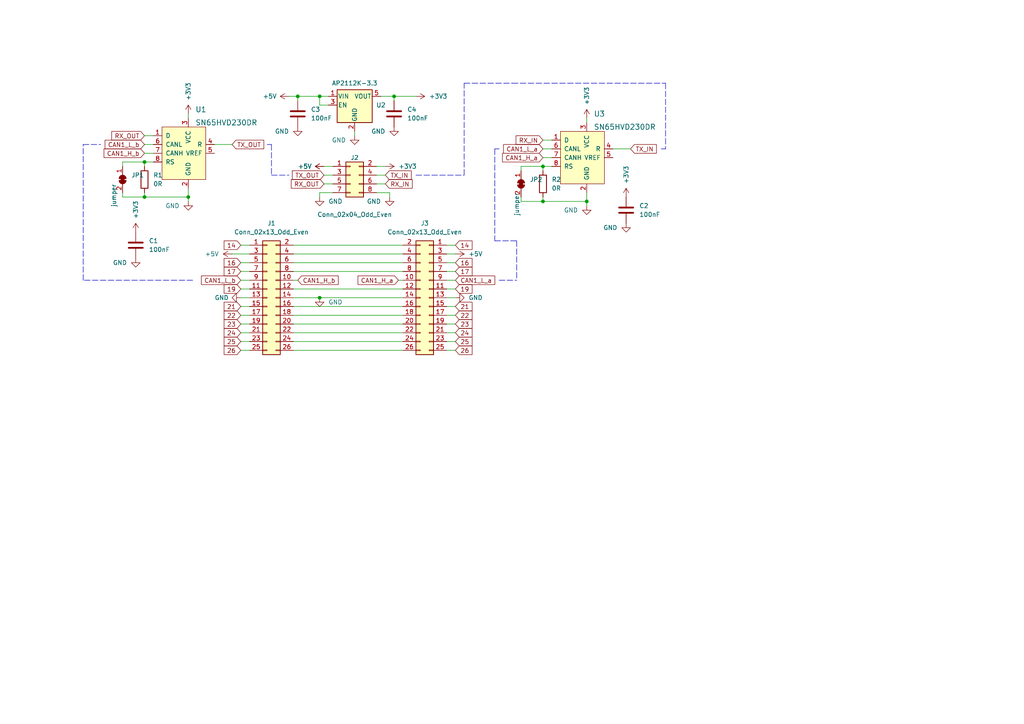
<source format=kicad_sch>
(kicad_sch (version 20211123) (generator eeschema)
  (paper "A4")
  (lib_symbols
    (symbol "Connector_Generic:Conn_02x04_Odd_Even" (pin_names (offset 1.016) hide)
      (property "Reference" "J" (at 1.27 5.08 0))
      (property "Value" "Conn_02x04_Odd_Even" (at 1.27 -7.62 0))
      (symbol "Conn_02x04_Odd_Even_1_1"
        (rectangle (start -1.27 -4.953) (end 0 -5.207) (stroke (width 0.1524)))
        (rectangle (start -1.27 -2.413) (end 0 -2.667) (stroke (width 0.1524)))
        (rectangle (start -1.27 0.127) (end 0 -0.127) (stroke (width 0.1524)))
        (rectangle (start -1.27 2.667) (end 0 2.413) (stroke (width 0.1524)))
        (rectangle (start -1.27 3.81) (end 3.81 -6.35) (stroke (width 0.254)) (fill (type background)))
        (rectangle (start 3.81 -4.953) (end 2.54 -5.207) (stroke (width 0.1524)))
        (rectangle (start 3.81 -2.413) (end 2.54 -2.667) (stroke (width 0.1524)))
        (rectangle (start 3.81 0.127) (end 2.54 -0.127) (stroke (width 0.1524)))
        (rectangle (start 3.81 2.667) (end 2.54 2.413) (stroke (width 0.1524)))
        (pin passive line (at -5.08 2.54 0) (length 3.81) (name "Pin_1") (number "1"))
        (pin passive line (at 7.62 2.54 180) (length 3.81) (name "Pin_2") (number "2"))
        (pin passive line (at -5.08 0 0) (length 3.81) (name "Pin_3") (number "3"))
        (pin passive line (at 7.62 0 180) (length 3.81) (name "Pin_4") (number "4"))
        (pin passive line (at -5.08 -2.54 0) (length 3.81) (name "Pin_5") (number "5"))
        (pin passive line (at 7.62 -2.54 180) (length 3.81) (name "Pin_6") (number "6"))
        (pin passive line (at -5.08 -5.08 0) (length 3.81) (name "Pin_7") (number "7"))
        (pin passive line (at 7.62 -5.08 180) (length 3.81) (name "Pin_8") (number "8"))
      )
    )
    (symbol "Connector_Generic:Conn_02x13_Odd_Even" (pin_names (offset 1.016) hide)
      (property "Reference" "J" (at 1.27 17.78 0))
      (property "Value" "Conn_02x13_Odd_Even" (at 1.27 -17.78 0))
      (symbol "Conn_02x13_Odd_Even_1_1"
        (rectangle (start -1.27 -15.113) (end 0 -15.367) (stroke (width 0.1524)))
        (rectangle (start -1.27 -12.573) (end 0 -12.827) (stroke (width 0.1524)))
        (rectangle (start -1.27 -10.033) (end 0 -10.287) (stroke (width 0.1524)))
        (rectangle (start -1.27 -7.493) (end 0 -7.747) (stroke (width 0.1524)))
        (rectangle (start -1.27 -4.953) (end 0 -5.207) (stroke (width 0.1524)))
        (rectangle (start -1.27 -2.413) (end 0 -2.667) (stroke (width 0.1524)))
        (rectangle (start -1.27 0.127) (end 0 -0.127) (stroke (width 0.1524)))
        (rectangle (start -1.27 2.667) (end 0 2.413) (stroke (width 0.1524)))
        (rectangle (start -1.27 5.207) (end 0 4.953) (stroke (width 0.1524)))
        (rectangle (start -1.27 7.747) (end 0 7.493) (stroke (width 0.1524)))
        (rectangle (start -1.27 10.287) (end 0 10.033) (stroke (width 0.1524)))
        (rectangle (start -1.27 12.827) (end 0 12.573) (stroke (width 0.1524)))
        (rectangle (start -1.27 15.367) (end 0 15.113) (stroke (width 0.1524)))
        (rectangle (start -1.27 16.51) (end 3.81 -16.51) (stroke (width 0.254)) (fill (type background)))
        (rectangle (start 3.81 -15.113) (end 2.54 -15.367) (stroke (width 0.1524)))
        (rectangle (start 3.81 -12.573) (end 2.54 -12.827) (stroke (width 0.1524)))
        (rectangle (start 3.81 -10.033) (end 2.54 -10.287) (stroke (width 0.1524)))
        (rectangle (start 3.81 -7.493) (end 2.54 -7.747) (stroke (width 0.1524)))
        (rectangle (start 3.81 -4.953) (end 2.54 -5.207) (stroke (width 0.1524)))
        (rectangle (start 3.81 -2.413) (end 2.54 -2.667) (stroke (width 0.1524)))
        (rectangle (start 3.81 0.127) (end 2.54 -0.127) (stroke (width 0.1524)))
        (rectangle (start 3.81 2.667) (end 2.54 2.413) (stroke (width 0.1524)))
        (rectangle (start 3.81 5.207) (end 2.54 4.953) (stroke (width 0.1524)))
        (rectangle (start 3.81 7.747) (end 2.54 7.493) (stroke (width 0.1524)))
        (rectangle (start 3.81 10.287) (end 2.54 10.033) (stroke (width 0.1524)))
        (rectangle (start 3.81 12.827) (end 2.54 12.573) (stroke (width 0.1524)))
        (rectangle (start 3.81 15.367) (end 2.54 15.113) (stroke (width 0.1524)))
        (pin passive line (at -5.08 15.24 0) (length 3.81) (name "Pin_1") (number "1"))
        (pin passive line (at 7.62 5.08 180) (length 3.81) (name "Pin_10") (number "10"))
        (pin passive line (at -5.08 2.54 0) (length 3.81) (name "Pin_11") (number "11"))
        (pin passive line (at 7.62 2.54 180) (length 3.81) (name "Pin_12") (number "12"))
        (pin passive line (at -5.08 0 0) (length 3.81) (name "Pin_13") (number "13"))
        (pin passive line (at 7.62 0 180) (length 3.81) (name "Pin_14") (number "14"))
        (pin passive line (at -5.08 -2.54 0) (length 3.81) (name "Pin_15") (number "15"))
        (pin passive line (at 7.62 -2.54 180) (length 3.81) (name "Pin_16") (number "16"))
        (pin passive line (at -5.08 -5.08 0) (length 3.81) (name "Pin_17") (number "17"))
        (pin passive line (at 7.62 -5.08 180) (length 3.81) (name "Pin_18") (number "18"))
        (pin passive line (at -5.08 -7.62 0) (length 3.81) (name "Pin_19") (number "19"))
        (pin passive line (at 7.62 15.24 180) (length 3.81) (name "Pin_2") (number "2"))
        (pin passive line (at 7.62 -7.62 180) (length 3.81) (name "Pin_20") (number "20"))
        (pin passive line (at -5.08 -10.16 0) (length 3.81) (name "Pin_21") (number "21"))
        (pin passive line (at 7.62 -10.16 180) (length 3.81) (name "Pin_22") (number "22"))
        (pin passive line (at -5.08 -12.7 0) (length 3.81) (name "Pin_23") (number "23"))
        (pin passive line (at 7.62 -12.7 180) (length 3.81) (name "Pin_24") (number "24"))
        (pin passive line (at -5.08 -15.24 0) (length 3.81) (name "Pin_25") (number "25"))
        (pin passive line (at 7.62 -15.24 180) (length 3.81) (name "Pin_26") (number "26"))
        (pin passive line (at -5.08 12.7 0) (length 3.81) (name "Pin_3") (number "3"))
        (pin passive line (at 7.62 12.7 180) (length 3.81) (name "Pin_4") (number "4"))
        (pin passive line (at -5.08 10.16 0) (length 3.81) (name "Pin_5") (number "5"))
        (pin passive line (at 7.62 10.16 180) (length 3.81) (name "Pin_6") (number "6"))
        (pin passive line (at -5.08 7.62 0) (length 3.81) (name "Pin_7") (number "7"))
        (pin passive line (at 7.62 7.62 180) (length 3.81) (name "Pin_8") (number "8"))
        (pin passive line (at -5.08 5.08 0) (length 3.81) (name "Pin_9") (number "9"))
      )
    )
    (symbol "Device:C" (pin_numbers hide) (pin_names (offset 0.254))
      (property "Reference" "C" (at 0.635 2.54 0))
      (property "Value" "C" (at 0.635 -2.54 0))
      (symbol "C_0_1"
        (polyline (pts (xy -2.032 -0.762) (xy 2.032 -0.762)) (stroke (width 0.508)))
        (polyline (pts (xy -2.032 0.762) (xy 2.032 0.762)) (stroke (width 0.508)))
      )
      (symbol "C_1_1"
        (pin passive line (at 0 3.81 270) (length 2.794) (name "~") (number "1"))
        (pin passive line (at 0 -3.81 90) (length 2.794) (name "~") (number "2"))
      )
    )
    (symbol "Device:R" (pin_numbers hide) (pin_names (offset 0))
      (property "Reference" "R" (at 2.032 0 90))
      (property "Value" "R" (at 0 0 90))
      (symbol "R_0_1"
        (rectangle (start -1.016 -2.54) (end 1.016 2.54) (stroke (width 0.254)))
      )
      (symbol "R_1_1"
        (pin passive line (at 0 3.81 270) (length 1.27) (name "~") (number "1"))
        (pin passive line (at 0 -3.81 90) (length 1.27) (name "~") (number "2"))
      )
    )
    (symbol "Jumper:SolderJumper_2_Bridged" (pin_names (offset 0) hide)
      (property "Reference" "JP" (at 0 2.032 0))
      (property "Value" "SolderJumper_2_Bridged" (at 0 -2.54 0))
      (symbol "SolderJumper_2_Bridged_0_1"
        (rectangle (start -0.508 0.508) (end 0.508 -0.508) (fill (type outline)))
        (arc (start -0.254 1.016) (mid -1.27 0) (end -0.254 -1.016))
        (arc (start -0.254 1.016) (mid -1.27 0) (end -0.254 -1.016) (fill (type outline)))
        (polyline (pts (xy -0.254 1.016) (xy -0.254 -1.016)))
        (polyline (pts (xy 0.254 1.016) (xy 0.254 -1.016)))
        (arc (start 0.254 -1.016) (mid 1.27 0) (end 0.254 1.016))
        (arc (start 0.254 -1.016) (mid 1.27 0) (end 0.254 1.016) (fill (type outline)))
      )
      (symbol "SolderJumper_2_Bridged_1_1"
        (pin passive line (at -3.81 0 0) (length 2.54) (name "A") (number "1"))
        (pin passive line (at 3.81 0 180) (length 2.54) (name "B") (number "2"))
      )
    )
    (symbol "Regulator_Linear:AP2112K-3.3" (pin_names (offset 0.254))
      (property "Reference" "U" (at -5.08 5.715 0))
      (property "Value" "AP2112K-3.3" (at 0 5.715 0))
      (symbol "AP2112K-3.3_0_1"
        (rectangle (start -5.08 4.445) (end 5.08 -5.08) (stroke (width 0.254)) (fill (type background)))
      )
      (symbol "AP2112K-3.3_1_1"
        (pin power_in line (at -7.62 2.54 0) (length 2.54) (name "VIN") (number "1"))
        (pin power_in line (at 0 -7.62 90) (length 2.54) (name "GND") (number "2"))
        (pin input line (at -7.62 0 0) (length 2.54) (name "EN") (number "3"))
        (pin no_connect line (at 5.08 0 180) (length 2.54) hide (name "NC") (number "4"))
        (pin power_out line (at 7.62 2.54 180) (length 2.54) (name "VOUT") (number "5"))
      )
    )
    (symbol "dk_Interface-Drivers-Receivers-Transceivers:SN65HVD230DR" (pin_names (offset 1.016))
      (property "Reference" "U" (at -2.54 1.27 0))
      (property "Value" "SN65HVD230DR" (at 5.08 -17.78 0))
      (symbol "SN65HVD230DR_0_1"
        (rectangle (start -5.08 0) (end 7.62 -15.24) (fill (type background)))
      )
      (symbol "SN65HVD230DR_1_1"
        (pin input line (at -7.62 -2.54 0) (length 2.54) (name "D") (number "1"))
        (pin power_in line (at 2.54 -17.78 90) (length 2.54) (name "GND") (number "2"))
        (pin power_in line (at 2.54 2.54 270) (length 2.54) (name "VCC") (number "3"))
        (pin output line (at 10.16 -5.08 180) (length 2.54) (name "R") (number "4"))
        (pin output line (at 10.16 -7.62 180) (length 2.54) (name "VREF") (number "5"))
        (pin bidirectional line (at -7.62 -5.08 0) (length 2.54) (name "CANL") (number "6"))
        (pin bidirectional line (at -7.62 -7.62 0) (length 2.54) (name "CANH") (number "7"))
        (pin input line (at -7.62 -10.16 0) (length 2.54) (name "RS") (number "8"))
      )
    )
    (symbol "power:+3V3" (power) (pin_names (offset 0))
      (property "Value" "+3V3" (at 0 3.556 0))
      (symbol "+3V3_0_1"
        (polyline (pts (xy -0.762 1.27) (xy 0 2.54)))
        (polyline (pts (xy 0 0) (xy 0 2.54)))
        (polyline (pts (xy 0 2.54) (xy 0.762 1.27)))
      )
      (symbol "+3V3_1_1"
        (pin power_in line (at 0 0 90) (length 0) hide (name "+3V3") (number "1"))
      )
    )
    (symbol "power:+5V" (power) (pin_names (offset 0))
      (property "Value" "+5V" (at 0 3.556 0))
      (symbol "+5V_0_1"
        (polyline (pts (xy -0.762 1.27) (xy 0 2.54)))
        (polyline (pts (xy 0 0) (xy 0 2.54)))
        (polyline (pts (xy 0 2.54) (xy 0.762 1.27)))
      )
      (symbol "+5V_1_1"
        (pin power_in line (at 0 0 90) (length 0) hide (name "+5V") (number "1"))
      )
    )
    (symbol "power:GND" (power) (pin_names (offset 0))
      (property "Value" "GND" (at 0 -3.81 0))
      (symbol "GND_0_1"
        (polyline (pts (xy 0 0) (xy 0 -1.27) (xy 1.27 -1.27) (xy 0 -2.54) (xy -1.27 -1.27) (xy 0 -1.27)))
      )
      (symbol "GND_1_1"
        (pin power_in line (at 0 0 270) (length 0) hide (name "GND") (number "1"))
      )
    )
  )
  (junction (at 54.61 57.15))
  (junction (at 114.3 27.94))
  (junction (at 41.91 46.99))
  (junction (at 157.48 58.42))
  (junction (at 41.91 57.15))
  (junction (at 92.71 86.36))
  (junction (at 157.48 48.26))
  (junction (at 170.18 58.42))
  (junction (at 86.36 27.94))
  (junction (at 92.71 27.94))
  (wire (pts (xy 41.91 41.91) (xy 44.45 41.91)))
  (wire (pts (xy 54.61 57.15) (xy 54.61 58.42)))
  (wire (pts (xy 111.76 50.8) (xy 109.22 50.8)))
  (wire (pts (xy 92.71 86.36) (xy 116.84 86.36)))
  (wire (pts (xy 69.85 76.2) (xy 72.39 76.2)))
  (wire (pts (xy 132.08 101.6) (xy 129.54 101.6)))
  (wire (pts (xy 67.31 73.66) (xy 72.39 73.66)))
  (wire (pts (xy 113.03 57.15) (xy 113.03 55.88)))
  (wire (pts (xy 157.48 58.42) (xy 170.18 58.42)))
  (wire (pts (xy 177.8 43.18) (xy 182.88 43.18)))
  (wire (pts (xy 157.48 45.72) (xy 160.02 45.72)))
  (wire (pts (xy 132.08 81.28) (xy 129.54 81.28)))
  (wire (pts (xy 92.71 27.94) (xy 92.71 30.48)))
  (polyline (pts (xy 191.77 43.18) (xy 193.04 43.18)))
  (wire (pts (xy 110.49 27.94) (xy 114.3 27.94)))
  (polyline (pts (xy 193.04 24.13) (xy 193.04 43.18)))
  (wire (pts (xy 132.08 71.12) (xy 129.54 71.12)))
  (polyline (pts (xy 148.59 24.13) (xy 193.04 24.13)))
  (wire (pts (xy 111.76 48.26) (xy 109.22 48.26)))
  (wire (pts (xy 92.71 55.88) (xy 96.52 55.88)))
  (wire (pts (xy 41.91 44.45) (xy 44.45 44.45)))
  (polyline (pts (xy 144.78 81.28) (xy 149.86 81.28)))
  (wire (pts (xy 35.56 55.88) (xy 35.56 57.15)))
  (wire (pts (xy 102.87 38.1) (xy 102.87 39.37)))
  (wire (pts (xy 85.09 78.74) (xy 116.84 78.74)))
  (wire (pts (xy 170.18 58.42) (xy 170.18 59.69)))
  (wire (pts (xy 92.71 27.94) (xy 95.25 27.94)))
  (wire (pts (xy 115.57 81.28) (xy 116.84 81.28)))
  (wire (pts (xy 69.85 93.98) (xy 72.39 93.98)))
  (polyline (pts (xy 149.86 69.85) (xy 149.86 81.28)))
  (wire (pts (xy 151.13 48.26) (xy 151.13 49.53)))
  (wire (pts (xy 132.08 93.98) (xy 129.54 93.98)))
  (polyline (pts (xy 77.47 41.91) (xy 78.74 41.91)))
  (wire (pts (xy 93.98 53.34) (xy 96.52 53.34)))
  (polyline (pts (xy 55.88 81.28) (xy 24.13 81.28)))
  (wire (pts (xy 151.13 57.15) (xy 151.13 58.42)))
  (wire (pts (xy 85.09 91.44) (xy 116.84 91.44)))
  (wire (pts (xy 86.36 27.94) (xy 92.71 27.94)))
  (polyline (pts (xy 134.62 50.8) (xy 134.62 24.13)))
  (wire (pts (xy 69.85 88.9) (xy 72.39 88.9)))
  (polyline (pts (xy 78.74 41.91) (xy 78.74 50.8)))
  (wire (pts (xy 132.08 83.82) (xy 129.54 83.82)))
  (wire (pts (xy 85.09 88.9) (xy 116.84 88.9)))
  (wire (pts (xy 157.48 40.64) (xy 160.02 40.64)))
  (wire (pts (xy 157.48 48.26) (xy 157.48 49.53)))
  (wire (pts (xy 69.85 91.44) (xy 72.39 91.44)))
  (polyline (pts (xy 144.78 43.18) (xy 143.51 43.18)))
  (polyline (pts (xy 134.62 24.13) (xy 148.59 24.13)))
  (wire (pts (xy 170.18 55.88) (xy 170.18 58.42)))
  (wire (pts (xy 157.48 57.15) (xy 157.48 58.42)))
  (wire (pts (xy 170.18 35.56) (xy 170.18 34.29)))
  (polyline (pts (xy 24.13 81.28) (xy 24.13 41.91)))
  (wire (pts (xy 69.85 99.06) (xy 72.39 99.06)))
  (wire (pts (xy 69.85 78.74) (xy 72.39 78.74)))
  (wire (pts (xy 69.85 71.12) (xy 72.39 71.12)))
  (polyline (pts (xy 24.13 41.91) (xy 29.21 41.91)))
  (wire (pts (xy 85.09 83.82) (xy 116.84 83.82)))
  (wire (pts (xy 132.08 73.66) (xy 129.54 73.66)))
  (wire (pts (xy 62.23 41.91) (xy 67.31 41.91)))
  (polyline (pts (xy 120.65 50.8) (xy 134.62 50.8)))
  (wire (pts (xy 69.85 101.6) (xy 72.39 101.6)))
  (wire (pts (xy 157.48 43.18) (xy 160.02 43.18)))
  (wire (pts (xy 92.71 30.48) (xy 95.25 30.48)))
  (wire (pts (xy 132.08 76.2) (xy 129.54 76.2)))
  (wire (pts (xy 41.91 57.15) (xy 54.61 57.15)))
  (wire (pts (xy 132.08 78.74) (xy 129.54 78.74)))
  (wire (pts (xy 85.09 73.66) (xy 116.84 73.66)))
  (wire (pts (xy 85.09 96.52) (xy 116.84 96.52)))
  (wire (pts (xy 132.08 99.06) (xy 129.54 99.06)))
  (wire (pts (xy 69.85 86.36) (xy 72.39 86.36)))
  (wire (pts (xy 35.56 46.99) (xy 35.56 48.26)))
  (polyline (pts (xy 78.74 50.8) (xy 83.82 50.8)))
  (wire (pts (xy 85.09 99.06) (xy 116.84 99.06)))
  (wire (pts (xy 41.91 46.99) (xy 41.91 48.26)))
  (wire (pts (xy 151.13 48.26) (xy 157.48 48.26)))
  (wire (pts (xy 54.61 34.29) (xy 54.61 33.02)))
  (wire (pts (xy 132.08 91.44) (xy 129.54 91.44)))
  (wire (pts (xy 85.09 71.12) (xy 116.84 71.12)))
  (wire (pts (xy 111.76 53.34) (xy 109.22 53.34)))
  (wire (pts (xy 160.02 48.26) (xy 157.48 48.26)))
  (wire (pts (xy 92.71 57.15) (xy 92.71 55.88)))
  (wire (pts (xy 44.45 46.99) (xy 41.91 46.99)))
  (wire (pts (xy 41.91 39.37) (xy 44.45 39.37)))
  (wire (pts (xy 93.98 48.26) (xy 96.52 48.26)))
  (wire (pts (xy 85.09 101.6) (xy 116.84 101.6)))
  (wire (pts (xy 54.61 54.61) (xy 54.61 57.15)))
  (wire (pts (xy 113.03 55.88) (xy 109.22 55.88)))
  (wire (pts (xy 41.91 46.99) (xy 35.56 46.99)))
  (wire (pts (xy 69.85 96.52) (xy 72.39 96.52)))
  (wire (pts (xy 35.56 57.15) (xy 41.91 57.15)))
  (wire (pts (xy 41.91 55.88) (xy 41.91 57.15)))
  (wire (pts (xy 114.3 27.94) (xy 120.65 27.94)))
  (wire (pts (xy 86.36 27.94) (xy 86.36 29.21)))
  (wire (pts (xy 85.09 76.2) (xy 116.84 76.2)))
  (wire (pts (xy 85.09 93.98) (xy 116.84 93.98)))
  (wire (pts (xy 85.09 81.28) (xy 86.36 81.28)))
  (wire (pts (xy 85.09 86.36) (xy 92.71 86.36)))
  (wire (pts (xy 69.85 83.82) (xy 72.39 83.82)))
  (wire (pts (xy 93.98 50.8) (xy 96.52 50.8)))
  (wire (pts (xy 114.3 27.94) (xy 114.3 29.21)))
  (wire (pts (xy 132.08 96.52) (xy 129.54 96.52)))
  (polyline (pts (xy 143.51 69.85) (xy 149.86 69.85)))
  (wire (pts (xy 69.85 81.28) (xy 72.39 81.28)))
  (wire (pts (xy 151.13 58.42) (xy 157.48 58.42)))
  (wire (pts (xy 132.08 86.36) (xy 129.54 86.36)))
  (wire (pts (xy 132.08 88.9) (xy 129.54 88.9)))
  (wire (pts (xy 83.82 27.94) (xy 86.36 27.94)))
  (polyline (pts (xy 143.51 43.18) (xy 143.51 69.85)))
  (global_label "26" (shape input) (at 69.85 101.6 180) (property "Intersheet References" "${INTERSHEET_REFS}" (effects hide)))
  (global_label "TX_OUT" (shape input) (at 67.31 41.91 0) (property "Intersheet References" "${INTERSHEET_REFS}" (effects hide)))
  (global_label "CAN1_H_b" (shape input) (at 41.91 44.45 180) (property "Intersheet References" "${INTERSHEET_REFS}" (effects hide)))
  (global_label "25" (shape input) (at 69.85 99.06 180) (property "Intersheet References" "${INTERSHEET_REFS}" (effects hide)))
  (global_label "RX_IN" (shape input) (at 157.48 40.64 180) (property "Intersheet References" "${INTERSHEET_REFS}" (effects hide)))
  (global_label "16" (shape input) (at 132.08 76.2 0) (property "Intersheet References" "${INTERSHEET_REFS}" (effects hide)))
  (global_label "TX_IN" (shape input) (at 111.76 50.8 0) (property "Intersheet References" "${INTERSHEET_REFS}" (effects hide)))
  (global_label "CAN1_L_a" (shape input) (at 132.08 81.28 0) (property "Intersheet References" "${INTERSHEET_REFS}" (effects hide)))
  (global_label "CAN1_H_a" (shape input) (at 115.57 81.28 180) (property "Intersheet References" "${INTERSHEET_REFS}" (effects hide)))
  (global_label "CAN1_L_a" (shape input) (at 157.48 43.18 180) (property "Intersheet References" "${INTERSHEET_REFS}" (effects hide)))
  (global_label "TX_OUT" (shape input) (at 93.98 50.8 180) (property "Intersheet References" "${INTERSHEET_REFS}" (effects hide)))
  (global_label "CAN1_H_a" (shape input) (at 157.48 45.72 180) (property "Intersheet References" "${INTERSHEET_REFS}" (effects hide)))
  (global_label "19" (shape input) (at 69.85 83.82 180) (property "Intersheet References" "${INTERSHEET_REFS}" (effects hide)))
  (global_label "17" (shape input) (at 69.85 78.74 180) (property "Intersheet References" "${INTERSHEET_REFS}" (effects hide)))
  (global_label "CAN1_L_b" (shape input) (at 69.85 81.28 180) (property "Intersheet References" "${INTERSHEET_REFS}" (effects hide)))
  (global_label "25" (shape input) (at 132.08 99.06 0) (property "Intersheet References" "${INTERSHEET_REFS}" (effects hide)))
  (global_label "19" (shape input) (at 132.08 83.82 0) (property "Intersheet References" "${INTERSHEET_REFS}" (effects hide)))
  (global_label "24" (shape input) (at 132.08 96.52 0) (property "Intersheet References" "${INTERSHEET_REFS}" (effects hide)))
  (global_label "16" (shape input) (at 69.85 76.2 180) (property "Intersheet References" "${INTERSHEET_REFS}" (effects hide)))
  (global_label "21" (shape input) (at 69.85 88.9 180) (property "Intersheet References" "${INTERSHEET_REFS}" (effects hide)))
  (global_label "22" (shape input) (at 132.08 91.44 0) (property "Intersheet References" "${INTERSHEET_REFS}" (effects hide)))
  (global_label "TX_IN" (shape input) (at 182.88 43.18 0) (property "Intersheet References" "${INTERSHEET_REFS}" (effects hide)))
  (global_label "21" (shape input) (at 132.08 88.9 0) (property "Intersheet References" "${INTERSHEET_REFS}" (effects hide)))
  (global_label "24" (shape input) (at 69.85 96.52 180) (property "Intersheet References" "${INTERSHEET_REFS}" (effects hide)))
  (global_label "CAN1_H_b" (shape input) (at 86.36 81.28 0) (property "Intersheet References" "${INTERSHEET_REFS}" (effects hide)))
  (global_label "23" (shape input) (at 132.08 93.98 0) (property "Intersheet References" "${INTERSHEET_REFS}" (effects hide)))
  (global_label "23" (shape input) (at 69.85 93.98 180) (property "Intersheet References" "${INTERSHEET_REFS}" (effects hide)))
  (global_label "RX_OUT" (shape input) (at 93.98 53.34 180) (property "Intersheet References" "${INTERSHEET_REFS}" (effects hide)))
  (global_label "RX_OUT" (shape input) (at 41.91 39.37 180) (property "Intersheet References" "${INTERSHEET_REFS}" (effects hide)))
  (global_label "17" (shape input) (at 132.08 78.74 0) (property "Intersheet References" "${INTERSHEET_REFS}" (effects hide)))
  (global_label "22" (shape input) (at 69.85 91.44 180) (property "Intersheet References" "${INTERSHEET_REFS}" (effects hide)))
  (global_label "14" (shape input) (at 132.08 71.12 0) (property "Intersheet References" "${INTERSHEET_REFS}" (effects hide)))
  (global_label "14" (shape input) (at 69.85 71.12 180) (property "Intersheet References" "${INTERSHEET_REFS}" (effects hide)))
  (global_label "CAN1_L_b" (shape input) (at 41.91 41.91 180) (property "Intersheet References" "${INTERSHEET_REFS}" (effects hide)))
  (global_label "26" (shape input) (at 132.08 101.6 0) (property "Intersheet References" "${INTERSHEET_REFS}" (effects hide)))
  (global_label "RX_IN" (shape input) (at 111.76 53.34 0) (property "Intersheet References" "${INTERSHEET_REFS}" (effects hide)))
  (symbol (lib_id "Device:C") (at 181.61 60.96 0) (unit 1)
    (property "Reference" "C2" (at 185.42 59.6899 0) (effects (justify left)))
    (property "Value" "100nF" (at 185.42 62.2299 0) (effects (justify left)))
    (property "Footprint" "Capacitor_SMD:C_0603_1608Metric_Pad1.08x0.95mm_HandSolder" (effects hide))
  )
  (symbol (lib_id "power:+3V3") (at 170.18 34.29 0) (unit 1)
    (property "Reference" "#PWR0103" (effects hide))
    (property "Value" "+3V3" (at 170.1799 30.48 90) (effects (justify left)))
  )
  (symbol (lib_id "Device:C") (at 39.37 71.12 0) (unit 1)
    (property "Reference" "C1" (at 43.18 69.8499 0) (effects (justify left)))
    (property "Value" "100nF" (at 43.18 72.3899 0) (effects (justify left)))
    (property "Footprint" "Capacitor_SMD:C_0603_1608Metric_Pad1.08x0.95mm_HandSolder" (effects hide))
  )
  (symbol (lib_id "power:+3V3") (at 54.61 33.02 0) (unit 1)
    (property "Reference" "#PWR0109" (effects hide))
    (property "Value" "+3V3" (at 54.6099 29.21 90) (effects (justify left)))
  )
  (symbol (lib_id "power:GND") (at 92.71 86.36 0) (unit 1)
    (property "Reference" "#PWR0105" (effects hide))
    (property "Value" "GND" (at 95.25 87.6299 0) (effects (justify left)))
  )
  (symbol (lib_id "dk_Interface-Drivers-Receivers-Transceivers:SN65HVD230DR") (at 167.64 38.1 0) (unit 1)
    (property "Reference" "U3" (at 172.1994 33.02 0) (effects (font (size 1.524 1.524)) (justify left)))
    (property "Value" "SN65HVD230DR" (at 172.1994 36.83 0) (effects (font (size 1.524 1.524)) (justify left)))
    (property "Footprint" "Package_SO:SOIC-8_3.9x4.9mm_P1.27mm" (effects hide))
    (property "Datasheet" "http://www.ti.com/general/docs/suppproductinfo.tsp?distId=10&gotoUrl=http%3A%2F%2Fwww.ti.com%2Flit%2Fgpn%2Fsn65hvd230" (effects hide))
    (property "Digi-Key_PN" "296-11654-1-ND" (effects hide))
    (property "MPN" "SN65HVD230DR" (effects hide))
    (property "Category" "Integrated Circuits (ICs)" (effects hide))
    (property "Family" "Interface - Drivers, Receivers, Transceivers" (effects hide))
    (property "DK_Datasheet_Link" "http://www.ti.com/general/docs/suppproductinfo.tsp?distId=10&gotoUrl=http%3A%2F%2Fwww.ti.com%2Flit%2Fgpn%2Fsn65hvd230" (effects hide))
    (property "DK_Detail_Page" "/product-detail/en/texas-instruments/SN65HVD230DR/296-11654-1-ND/404366" (effects hide))
    (property "Description" "IC TXRX CAN 1MBPS 3.3V 8SOIC" (effects hide))
    (property "Manufacturer" "Texas Instruments" (effects hide))
    (property "Status" "Active" (effects hide))
  )
  (symbol (lib_id "power:+5V") (at 67.31 73.66 90) (unit 1)
    (property "Reference" "#PWR0106" (effects hide))
    (property "Value" "+5V" (at 63.5 73.6599 90) (effects (justify left)))
  )
  (symbol (lib_id "power:GND") (at 132.08 86.36 90) (unit 1)
    (property "Reference" "#PWR0101" (effects hide))
    (property "Value" "GND" (at 135.89 86.3599 90) (effects (justify right)))
  )
  (symbol (lib_id "power:GND") (at 170.18 59.69 0) (mirror y) (unit 1)
    (property "Reference" "#PWR0104" (effects hide))
    (property "Value" "GND" (at 167.64 60.9599 0) (effects (justify left)))
  )
  (symbol (lib_id "Device:R") (at 157.48 53.34 0) (unit 1)
    (property "Reference" "R2" (at 160.02 52.0699 0) (effects (justify left)))
    (property "Value" "0R" (at 160.02 54.6099 0) (effects (justify left)))
    (property "Footprint" "Resistor_SMD:R_0603_1608Metric_Pad0.98x0.95mm_HandSolder" (effects hide))
  )
  (symbol (lib_id "power:+5V") (at 93.98 48.26 90) (unit 1)
    (property "Reference" "#PWR0116" (effects hide))
    (property "Value" "+5V" (at 86.36 48.26 90) (effects (justify right)))
  )
  (symbol (lib_id "Connector_Generic:Conn_02x13_Odd_Even") (at 77.47 86.36 0) (unit 1)
    (property "Reference" "J1" (at 78.74 64.77 0))
    (property "Value" "Conn_02x13_Odd_Even" (at 78.74 67.31 0))
    (property "Footprint" "Connector_IDC:IDC-Header_2x13_P2.54mm_Vertical" (effects hide))
  )
  (symbol (lib_id "power:+5V") (at 132.08 73.66 270) (unit 1)
    (property "Reference" "#PWR0102" (effects hide))
    (property "Value" "+5V" (at 135.89 73.6599 90) (effects (justify left)))
  )
  (symbol (lib_id "Connector_Generic:Conn_02x13_Odd_Even") (at 124.46 86.36 0) (mirror y) (unit 1)
    (property "Reference" "J3" (at 123.19 64.77 0))
    (property "Value" "Conn_02x13_Odd_Even" (at 123.19 67.31 0))
    (property "Footprint" "Connector_IDC:IDC-Header_2x13_P2.54mm_Vertical" (effects hide))
  )
  (symbol (lib_id "power:GND") (at 86.36 36.83 0) (mirror y) (unit 1)
    (property "Reference" "#PWR0122" (effects hide))
    (property "Value" "GND" (at 83.82 38.0999 0) (effects (justify left)))
  )
  (symbol (lib_id "power:GND") (at 39.37 74.93 0) (mirror y) (unit 1)
    (property "Reference" "#PWR0118" (effects hide))
    (property "Value" "GND" (at 36.83 76.1999 0) (effects (justify left)))
  )
  (symbol (lib_id "power:+3V3") (at 39.37 67.31 0) (unit 1)
    (property "Reference" "#PWR0119" (effects hide))
    (property "Value" "+3V3" (at 39.3699 63.5 90) (effects (justify left)))
  )
  (symbol (lib_id "Regulator_Linear:AP2112K-3.3") (at 102.87 30.48 0) (unit 1)
    (property "Reference" "U2" (at 110.49 30.48 0))
    (property "Value" "AP2112K-3.3" (at 102.87 24.13 0))
    (property "Footprint" "Package_TO_SOT_SMD:SOT-23-5" (effects hide))
    (property "Datasheet" "https://www.diodes.com/assets/Datasheets/AP2112.pdf" (effects hide))
  )
  (symbol (lib_id "power:+3V3") (at 181.61 57.15 0) (unit 1)
    (property "Reference" "#PWR0120" (effects hide))
    (property "Value" "+3V3" (at 181.6099 53.34 90) (effects (justify left)))
  )
  (symbol (lib_id "power:GND") (at 102.87 39.37 0) (mirror y) (unit 1)
    (property "Reference" "#PWR0117" (effects hide))
    (property "Value" "GND" (at 100.33 40.6399 0) (effects (justify left)))
  )
  (symbol (lib_id "Device:R") (at 41.91 52.07 0) (unit 1)
    (property "Reference" "R1" (at 44.45 50.7999 0) (effects (justify left)))
    (property "Value" "0R" (at 44.45 53.3399 0) (effects (justify left)))
    (property "Footprint" "Resistor_SMD:R_0603_1608Metric_Pad0.98x0.95mm_HandSolder" (effects hide))
  )
  (symbol (lib_id "Jumper:SolderJumper_2_Bridged") (at 35.56 52.07 270) (unit 1)
    (property "Reference" "JP1" (at 38.1 50.7999 90) (effects (justify left)))
    (property "Value" "jumper" (at 33.02 53.34 0) (effects (justify left)))
    (property "Footprint" "Jumper:SolderJumper-2_P1.3mm_Bridged_RoundedPad1.0x1.5mm" (effects hide))
  )
  (symbol (lib_id "power:GND") (at 114.3 36.83 0) (mirror y) (unit 1)
    (property "Reference" "#PWR0123" (effects hide))
    (property "Value" "GND" (at 111.76 38.0999 0) (effects (justify left)))
  )
  (symbol (lib_id "dk_Interface-Drivers-Receivers-Transceivers:SN65HVD230DR") (at 52.07 36.83 0) (unit 1)
    (property "Reference" "U1" (at 56.6294 31.75 0) (effects (font (size 1.524 1.524)) (justify left)))
    (property "Value" "SN65HVD230DR" (at 56.6294 35.56 0) (effects (font (size 1.524 1.524)) (justify left)))
    (property "Footprint" "Package_SO:SOIC-8_3.9x4.9mm_P1.27mm" (effects hide))
    (property "Datasheet" "http://www.ti.com/general/docs/suppproductinfo.tsp?distId=10&gotoUrl=http%3A%2F%2Fwww.ti.com%2Flit%2Fgpn%2Fsn65hvd230" (effects hide))
    (property "Digi-Key_PN" "296-11654-1-ND" (effects hide))
    (property "MPN" "SN65HVD230DR" (effects hide))
    (property "Category" "Integrated Circuits (ICs)" (effects hide))
    (property "Family" "Interface - Drivers, Receivers, Transceivers" (effects hide))
    (property "DK_Datasheet_Link" "http://www.ti.com/general/docs/suppproductinfo.tsp?distId=10&gotoUrl=http%3A%2F%2Fwww.ti.com%2Flit%2Fgpn%2Fsn65hvd230" (effects hide))
    (property "DK_Detail_Page" "/product-detail/en/texas-instruments/SN65HVD230DR/296-11654-1-ND/404366" (effects hide))
    (property "Description" "IC TXRX CAN 1MBPS 3.3V 8SOIC" (effects hide))
    (property "Manufacturer" "Texas Instruments" (effects hide))
    (property "Status" "Active" (effects hide))
  )
  (symbol (lib_id "power:GND") (at 54.61 58.42 0) (mirror y) (unit 1)
    (property "Reference" "#PWR0108" (effects hide))
    (property "Value" "GND" (at 52.07 59.6899 0) (effects (justify left)))
  )
  (symbol (lib_id "power:+5V") (at 83.82 27.94 90) (unit 1)
    (property "Reference" "#PWR0110" (effects hide))
    (property "Value" "+5V" (at 76.2 27.94 90) (effects (justify right)))
  )
  (symbol (lib_id "power:+3V3") (at 111.76 48.26 270) (unit 1)
    (property "Reference" "#PWR0114" (effects hide))
    (property "Value" "+3V3" (at 115.57 48.2599 90) (effects (justify left)))
  )
  (symbol (lib_id "Device:C") (at 114.3 33.02 0) (unit 1)
    (property "Reference" "C4" (at 118.11 31.7499 0) (effects (justify left)))
    (property "Value" "100nF" (at 118.11 34.2899 0) (effects (justify left)))
    (property "Footprint" "Capacitor_SMD:C_0603_1608Metric_Pad1.08x0.95mm_HandSolder" (effects hide))
  )
  (symbol (lib_id "Jumper:SolderJumper_2_Bridged") (at 151.13 53.34 270) (unit 1)
    (property "Reference" "JP2" (at 153.67 52.0699 90) (effects (justify left)))
    (property "Value" "jumper" (at 149.86 55.88 0) (effects (justify left)))
    (property "Footprint" "Jumper:SolderJumper-2_P1.3mm_Bridged_RoundedPad1.0x1.5mm" (effects hide))
  )
  (symbol (lib_id "power:GND") (at 92.71 57.15 0) (unit 1)
    (property "Reference" "#PWR0112" (effects hide))
    (property "Value" "GND" (at 95.25 58.4199 0) (effects (justify left)))
  )
  (symbol (lib_id "Connector_Generic:Conn_02x04_Odd_Even") (at 101.6 50.8 0) (unit 1)
    (property "Reference" "J2" (at 102.87 45.72 0))
    (property "Value" "Conn_02x04_Odd_Even" (at 102.87 62.23 0))
    (property "Footprint" "Connector_PinHeader_2.54mm:PinHeader_2x04_P2.54mm_Vertical" (effects hide))
  )
  (symbol (lib_id "power:+5V") (at 93.98 48.26 90) (unit 1)
    (property "Reference" "#PWR0115" (effects hide))
    (property "Value" "+5V" (at 86.36 48.26 90) (effects (justify right)))
  )
  (symbol (lib_id "power:+3V3") (at 120.65 27.94 270) (unit 1)
    (property "Reference" "#PWR0113" (effects hide))
    (property "Value" "+3V3" (at 124.46 27.9399 90) (effects (justify left)))
  )
  (symbol (lib_id "power:GND") (at 181.61 64.77 0) (mirror y) (unit 1)
    (property "Reference" "#PWR0121" (effects hide))
    (property "Value" "GND" (at 179.07 66.0399 0) (effects (justify left)))
  )
  (symbol (lib_id "power:GND") (at 113.03 57.15 0) (mirror y) (unit 1)
    (property "Reference" "#PWR0111" (effects hide))
    (property "Value" "GND" (at 110.49 58.4199 0) (effects (justify left)))
  )
  (symbol (lib_id "Device:C") (at 86.36 33.02 0) (unit 1)
    (property "Reference" "C3" (at 90.17 31.7499 0) (effects (justify left)))
    (property "Value" "100nF" (at 90.17 34.2899 0) (effects (justify left)))
    (property "Footprint" "Capacitor_SMD:C_0603_1608Metric_Pad1.08x0.95mm_HandSolder" (effects hide))
  )
  (symbol (lib_id "power:GND") (at 69.85 86.36 270) (unit 1)
    (property "Reference" "#PWR0107" (effects hide))
    (property "Value" "GND" (at 62.23 86.36 90) (effects (justify left)))
  )
)
</source>
